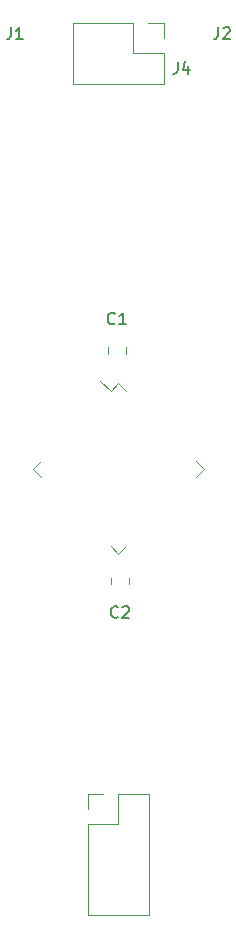
<source format=gbr>
%TF.GenerationSoftware,KiCad,Pcbnew,7.0.6-0*%
%TF.CreationDate,2023-07-25T21:46:34-07:00*%
%TF.ProjectId,84CP02,38344350-3032-42e6-9b69-6361645f7063,rev?*%
%TF.SameCoordinates,Original*%
%TF.FileFunction,Legend,Top*%
%TF.FilePolarity,Positive*%
%FSLAX46Y46*%
G04 Gerber Fmt 4.6, Leading zero omitted, Abs format (unit mm)*
G04 Created by KiCad (PCBNEW 7.0.6-0) date 2023-07-25 21:46:34*
%MOMM*%
%LPD*%
G01*
G04 APERTURE LIST*
%ADD10C,0.150000*%
%ADD11C,0.120000*%
G04 APERTURE END LIST*
D10*
X152066666Y-58890819D02*
X152066666Y-59605104D01*
X152066666Y-59605104D02*
X152019047Y-59747961D01*
X152019047Y-59747961D02*
X151923809Y-59843200D01*
X151923809Y-59843200D02*
X151780952Y-59890819D01*
X151780952Y-59890819D02*
X151685714Y-59890819D01*
X152971428Y-59224152D02*
X152971428Y-59890819D01*
X152733333Y-58843200D02*
X152495238Y-59557485D01*
X152495238Y-59557485D02*
X153114285Y-59557485D01*
X146772333Y-81026080D02*
X146724714Y-81073700D01*
X146724714Y-81073700D02*
X146581857Y-81121319D01*
X146581857Y-81121319D02*
X146486619Y-81121319D01*
X146486619Y-81121319D02*
X146343762Y-81073700D01*
X146343762Y-81073700D02*
X146248524Y-80978461D01*
X146248524Y-80978461D02*
X146200905Y-80883223D01*
X146200905Y-80883223D02*
X146153286Y-80692747D01*
X146153286Y-80692747D02*
X146153286Y-80549890D01*
X146153286Y-80549890D02*
X146200905Y-80359414D01*
X146200905Y-80359414D02*
X146248524Y-80264176D01*
X146248524Y-80264176D02*
X146343762Y-80168938D01*
X146343762Y-80168938D02*
X146486619Y-80121319D01*
X146486619Y-80121319D02*
X146581857Y-80121319D01*
X146581857Y-80121319D02*
X146724714Y-80168938D01*
X146724714Y-80168938D02*
X146772333Y-80216557D01*
X147724714Y-81121319D02*
X147153286Y-81121319D01*
X147439000Y-81121319D02*
X147439000Y-80121319D01*
X147439000Y-80121319D02*
X147343762Y-80264176D01*
X147343762Y-80264176D02*
X147248524Y-80359414D01*
X147248524Y-80359414D02*
X147153286Y-80407033D01*
X147026333Y-105875080D02*
X146978714Y-105922700D01*
X146978714Y-105922700D02*
X146835857Y-105970319D01*
X146835857Y-105970319D02*
X146740619Y-105970319D01*
X146740619Y-105970319D02*
X146597762Y-105922700D01*
X146597762Y-105922700D02*
X146502524Y-105827461D01*
X146502524Y-105827461D02*
X146454905Y-105732223D01*
X146454905Y-105732223D02*
X146407286Y-105541747D01*
X146407286Y-105541747D02*
X146407286Y-105398890D01*
X146407286Y-105398890D02*
X146454905Y-105208414D01*
X146454905Y-105208414D02*
X146502524Y-105113176D01*
X146502524Y-105113176D02*
X146597762Y-105017938D01*
X146597762Y-105017938D02*
X146740619Y-104970319D01*
X146740619Y-104970319D02*
X146835857Y-104970319D01*
X146835857Y-104970319D02*
X146978714Y-105017938D01*
X146978714Y-105017938D02*
X147026333Y-105065557D01*
X147407286Y-105065557D02*
X147454905Y-105017938D01*
X147454905Y-105017938D02*
X147550143Y-104970319D01*
X147550143Y-104970319D02*
X147788238Y-104970319D01*
X147788238Y-104970319D02*
X147883476Y-105017938D01*
X147883476Y-105017938D02*
X147931095Y-105065557D01*
X147931095Y-105065557D02*
X147978714Y-105160795D01*
X147978714Y-105160795D02*
X147978714Y-105256033D01*
X147978714Y-105256033D02*
X147931095Y-105398890D01*
X147931095Y-105398890D02*
X147359667Y-105970319D01*
X147359667Y-105970319D02*
X147978714Y-105970319D01*
X137969666Y-55969819D02*
X137969666Y-56684104D01*
X137969666Y-56684104D02*
X137922047Y-56826961D01*
X137922047Y-56826961D02*
X137826809Y-56922200D01*
X137826809Y-56922200D02*
X137683952Y-56969819D01*
X137683952Y-56969819D02*
X137588714Y-56969819D01*
X138969666Y-56969819D02*
X138398238Y-56969819D01*
X138683952Y-56969819D02*
X138683952Y-55969819D01*
X138683952Y-55969819D02*
X138588714Y-56112676D01*
X138588714Y-56112676D02*
X138493476Y-56207914D01*
X138493476Y-56207914D02*
X138398238Y-56255533D01*
X155495666Y-55969819D02*
X155495666Y-56684104D01*
X155495666Y-56684104D02*
X155448047Y-56826961D01*
X155448047Y-56826961D02*
X155352809Y-56922200D01*
X155352809Y-56922200D02*
X155209952Y-56969819D01*
X155209952Y-56969819D02*
X155114714Y-56969819D01*
X155924238Y-56065057D02*
X155971857Y-56017438D01*
X155971857Y-56017438D02*
X156067095Y-55969819D01*
X156067095Y-55969819D02*
X156305190Y-55969819D01*
X156305190Y-55969819D02*
X156400428Y-56017438D01*
X156400428Y-56017438D02*
X156448047Y-56065057D01*
X156448047Y-56065057D02*
X156495666Y-56160295D01*
X156495666Y-56160295D02*
X156495666Y-56255533D01*
X156495666Y-56255533D02*
X156448047Y-56398390D01*
X156448047Y-56398390D02*
X155876619Y-56969819D01*
X155876619Y-56969819D02*
X156495666Y-56969819D01*
D11*
%TO.C,J3*%
X144466000Y-120844000D02*
X145796000Y-120844000D01*
X144466000Y-122174000D02*
X144466000Y-120844000D01*
X144466000Y-123444000D02*
X144466000Y-131124000D01*
X144466000Y-123444000D02*
X147066000Y-123444000D01*
X144466000Y-131124000D02*
X149666000Y-131124000D01*
X147066000Y-120844000D02*
X149666000Y-120844000D01*
X147066000Y-123444000D02*
X147066000Y-120844000D01*
X149666000Y-120844000D02*
X149666000Y-131124000D01*
%TO.C,J4*%
X150936000Y-55566000D02*
X150936000Y-56896000D01*
X149606000Y-55566000D02*
X150936000Y-55566000D01*
X148336000Y-55566000D02*
X143196000Y-55566000D01*
X148336000Y-55566000D02*
X148336000Y-58166000D01*
X143196000Y-55566000D02*
X143196000Y-60766000D01*
X150936000Y-58166000D02*
X150936000Y-60766000D01*
X148336000Y-58166000D02*
X150936000Y-58166000D01*
X150936000Y-60766000D02*
X143196000Y-60766000D01*
%TO.C,C1*%
X147674000Y-83072248D02*
X147674000Y-83594752D01*
X146204000Y-83072248D02*
X146204000Y-83594752D01*
%TO.C,U1*%
X147066000Y-86118369D02*
X146394249Y-86790120D01*
X146394249Y-86790120D02*
X145482081Y-85877952D01*
X139839369Y-93345000D02*
X140511120Y-92673249D01*
X147737751Y-86790120D02*
X147066000Y-86118369D01*
X140511120Y-94016751D02*
X139839369Y-93345000D01*
X153620880Y-92673249D02*
X154292631Y-93345000D01*
X146394249Y-99899880D02*
X147066000Y-100571631D01*
X154292631Y-93345000D02*
X153620880Y-94016751D01*
X147066000Y-100571631D02*
X147737751Y-99899880D01*
%TO.C,C2*%
X147928000Y-102587248D02*
X147928000Y-103109752D01*
X146458000Y-102587248D02*
X146458000Y-103109752D01*
%TD*%
M02*

</source>
